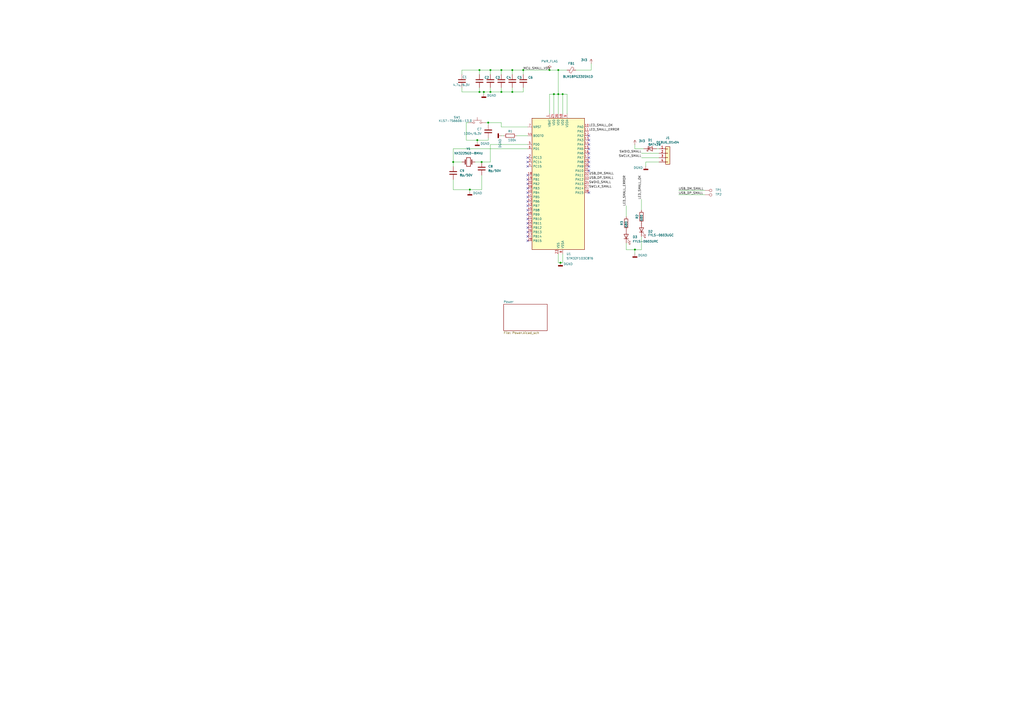
<source format=kicad_sch>
(kicad_sch (version 20250114) (generator "eeschema") (generator_version "9.0")
  (paper "A2")
  (lib_symbols
    (symbol "Connector:TestPoint" (pin_numbers (hide yes)) (pin_names (offset 0.762) (hide yes))
      (property "Reference" "TP" (at 0 6.858 0))
      (property "Value" "TestPoint" (at 0 5.08 0))
      (symbol "TestPoint_0_1"
        (circle (center 0 3.302) (radius 0.762))
      )
      (symbol "TestPoint_1_1"
        (pin passive line (at 0 0 90) (length 2.54) (name "1") (number "1"))
      )
    )
    (symbol "Connector_Generic:Conn_01x04" (pin_names (offset 1.016) (hide yes))
      (property "Reference" "J" (at 0 5.08 0))
      (property "Value" "Conn_01x04" (at 0 -7.62 0))
      (symbol "Conn_01x04_1_1"
        (rectangle (start -1.27 3.81) (end 1.27 -6.35) (stroke (width 0.254)) (fill (type background)))
        (rectangle (start -1.27 2.667) (end 0 2.413) (stroke (width 0.1524)))
        (rectangle (start -1.27 0.127) (end 0 -0.127) (stroke (width 0.1524)))
        (rectangle (start -1.27 -2.413) (end 0 -2.667) (stroke (width 0.1524)))
        (rectangle (start -1.27 -4.953) (end 0 -5.207) (stroke (width 0.1524)))
        (pin passive line (at -5.08 2.54 0) (length 3.81) (name "Pin_1") (number "1"))
        (pin passive line (at -5.08 0 0) (length 3.81) (name "Pin_2") (number "2"))
        (pin passive line (at -5.08 -2.54 0) (length 3.81) (name "Pin_3") (number "3"))
        (pin passive line (at -5.08 -5.08 0) (length 3.81) (name "Pin_4") (number "4"))
      )
    )
    (symbol "Device:C" (pin_numbers (hide yes)) (pin_names (offset 0.254))
      (property "Reference" "C" (at 0.635 2.54 0))
      (property "Value" "C" (at 0.635 -2.54 0))
      (symbol "C_0_1"
        (polyline (pts (xy -2.032 0.762) (xy 2.032 0.762)) (stroke (width 0.508)))
        (polyline (pts (xy -2.032 -0.762) (xy 2.032 -0.762)) (stroke (width 0.508)))
      )
      (symbol "C_1_1"
        (pin passive line (at 0 3.81 270) (length 2.794) (name "~") (number "1"))
        (pin passive line (at 0 -3.81 90) (length 2.794) (name "~") (number "2"))
      )
    )
    (symbol "Device:Crystal" (pin_numbers (hide yes)) (pin_names (offset 1.016) (hide yes))
      (property "Reference" "Y" (at 0 3.81 0))
      (property "Value" "Crystal" (at 0 -3.81 0))
      (symbol "Crystal_0_1"
        (polyline (pts (xy -2.54 0) (xy -1.905 0)))
        (polyline (pts (xy -1.905 -1.27) (xy -1.905 1.27)) (stroke (width 0.508)))
        (rectangle (start -1.143 2.54) (end 1.143 -2.54) (stroke (width 0.3048)))
        (polyline (pts (xy 1.905 -1.27) (xy 1.905 1.27)) (stroke (width 0.508)))
        (polyline (pts (xy 2.54 0) (xy 1.905 0)))
      )
      (symbol "Crystal_1_1"
        (pin passive line (at -3.81 0 0) (length 1.27) (name "1") (number "1"))
        (pin passive line (at 3.81 0 180) (length 1.27) (name "2") (number "2"))
      )
    )
    (symbol "Device:D_Schottky" (pin_numbers (hide yes)) (pin_names (offset 1.016) (hide yes))
      (property "Reference" "D" (at 0 2.54 0))
      (property "Value" "D_Schottky" (at 0 -2.54 0))
      (symbol "D_Schottky_0_1"
        (polyline (pts (xy -1.905 0.635) (xy -1.905 1.27) (xy -1.27 1.27) (xy -1.27 -1.27) (xy -0.635 -1.27) (xy -0.635 -0.635)) (stroke (width 0.254)))
        (polyline (pts (xy 1.27 1.27) (xy 1.27 -1.27) (xy -1.27 0) (xy 1.27 1.27)) (stroke (width 0.254)))
        (polyline (pts (xy 1.27 0) (xy -1.27 0)))
      )
      (symbol "D_Schottky_1_1"
        (pin passive line (at -3.81 0 0) (length 2.54) (name "K") (number "1"))
        (pin passive line (at 3.81 0 180) (length 2.54) (name "A") (number "2"))
      )
    )
    (symbol "Device:FerriteBead_Small" (pin_numbers (hide yes)) (pin_names (offset 0))
      (property "Reference" "FB" (at 1.905 1.27 0))
      (property "Value" "FerriteBead_Small" (at 1.905 -1.27 0))
      (symbol "FerriteBead_Small_0_1"
        (polyline (pts (xy -1.8288 0.2794) (xy -1.1176 1.4986) (xy 1.8288 -0.2032) (xy 1.1176 -1.4224) (xy -1.8288 0.2794)))
        (polyline (pts (xy 0 0.889) (xy 0 1.2954)))
        (polyline (pts (xy 0 -1.27) (xy 0 -0.7874)))
      )
      (symbol "FerriteBead_Small_1_1"
        (pin passive line (at 0 2.54 270) (length 1.27) (name "~") (number "1"))
        (pin passive line (at 0 -2.54 90) (length 1.27) (name "~") (number "2"))
      )
    )
    (symbol "Device:LED" (pin_numbers (hide yes)) (pin_names (offset 1.016) (hide yes))
      (property "Reference" "D" (at 0 2.54 0))
      (property "Value" "LED" (at 0 -2.54 0))
      (symbol "LED_0_1"
        (polyline (pts (xy -3.048 -0.762) (xy -4.572 -2.286) (xy -3.81 -2.286) (xy -4.572 -2.286) (xy -4.572 -1.524)))
        (polyline (pts (xy -1.778 -0.762) (xy -3.302 -2.286) (xy -2.54 -2.286) (xy -3.302 -2.286) (xy -3.302 -1.524)))
        (polyline (pts (xy -1.27 0) (xy 1.27 0)))
        (polyline (pts (xy -1.27 -1.27) (xy -1.27 1.27)) (stroke (width 0.254)))
        (polyline (pts (xy 1.27 -1.27) (xy 1.27 1.27) (xy -1.27 0) (xy 1.27 -1.27)) (stroke (width 0.254)))
      )
      (symbol "LED_1_1"
        (pin passive line (at -3.81 0 0) (length 2.54) (name "K") (number "1"))
        (pin passive line (at 3.81 0 180) (length 2.54) (name "A") (number "2"))
      )
    )
    (symbol "Device:R" (pin_numbers (hide yes)) (pin_names (offset 0))
      (property "Reference" "R" (at 2.032 0 90))
      (property "Value" "R" (at 0 0 90))
      (symbol "R_0_1"
        (rectangle (start -1.016 -2.54) (end 1.016 2.54) (stroke (width 0.254)))
      )
      (symbol "R_1_1"
        (pin passive line (at 0 3.81 270) (length 1.27) (name "~") (number "1"))
        (pin passive line (at 0 -3.81 90) (length 1.27) (name "~") (number "2"))
      )
    )
    (symbol "MCU_ST_STM32F1:STM32F103C8Tx"
      (property "Reference" "U" (at -15.24 39.37 0))
      (property "Value" "STM32F103C8Tx" (at 7.62 39.37 0))
      (symbol "STM32F103C8Tx_0_1"
        (rectangle (start -15.24 -38.1) (end 15.24 38.1) (stroke (width 0.254)) (fill (type background)))
      )
      (symbol "STM32F103C8Tx_1_1"
        (pin input line (at -17.78 33.02 0) (length 2.54) (name "NRST") (number "7"))
        (pin input line (at -17.78 27.94 0) (length 2.54) (name "BOOT0") (number "44"))
        (pin bidirectional line (at -17.78 22.86 0) (length 2.54) (name "PD0") (number "5"))
        (pin bidirectional line (at -17.78 20.32 0) (length 2.54) (name "PD1") (number "6"))
        (pin bidirectional line (at -17.78 15.24 0) (length 2.54) (name "PC13") (number "2"))
        (pin bidirectional line (at -17.78 12.7 0) (length 2.54) (name "PC14") (number "3"))
        (pin bidirectional line (at -17.78 10.16 0) (length 2.54) (name "PC15") (number "4"))
        (pin bidirectional line (at -17.78 5.08 0) (length 2.54) (name "PB0") (number "18"))
        (pin bidirectional line (at -17.78 2.54 0) (length 2.54) (name "PB1") (number "19"))
        (pin bidirectional line (at -17.78 0 0) (length 2.54) (name "PB2") (number "20"))
        (pin bidirectional line (at -17.78 -2.54 0) (length 2.54) (name "PB3") (number "39"))
        (pin bidirectional line (at -17.78 -5.08 0) (length 2.54) (name "PB4") (number "40"))
        (pin bidirectional line (at -17.78 -7.62 0) (length 2.54) (name "PB5") (number "41"))
        (pin bidirectional line (at -17.78 -10.16 0) (length 2.54) (name "PB6") (number "42"))
        (pin bidirectional line (at -17.78 -12.7 0) (length 2.54) (name "PB7") (number "43"))
        (pin bidirectional line (at -17.78 -15.24 0) (length 2.54) (name "PB8") (number "45"))
        (pin bidirectional line (at -17.78 -17.78 0) (length 2.54) (name "PB9") (number "46"))
        (pin bidirectional line (at -17.78 -20.32 0) (length 2.54) (name "PB10") (number "21"))
        (pin bidirectional line (at -17.78 -22.86 0) (length 2.54) (name "PB11") (number "22"))
        (pin bidirectional line (at -17.78 -25.4 0) (length 2.54) (name "PB12") (number "25"))
        (pin bidirectional line (at -17.78 -27.94 0) (length 2.54) (name "PB13") (number "26"))
        (pin bidirectional line (at -17.78 -30.48 0) (length 2.54) (name "PB14") (number "27"))
        (pin bidirectional line (at -17.78 -33.02 0) (length 2.54) (name "PB15") (number "28"))
        (pin power_in line (at -5.08 40.64 270) (length 2.54) (name "VBAT") (number "1"))
        (pin power_in line (at -2.54 40.64 270) (length 2.54) (name "VDD") (number "24"))
        (pin power_in line (at 0 40.64 270) (length 2.54) (name "VDD") (number "36"))
        (pin power_in line (at 0 -40.64 90) (length 2.54) (name "VSS") (number "23"))
        (pin passive line (at 0 -40.64 90) (length 2.54) (hide yes) (name "VSS") (number "35"))
        (pin passive line (at 0 -40.64 90) (length 2.54) (hide yes) (name "VSS") (number "47"))
        (pin power_in line (at 2.54 40.64 270) (length 2.54) (name "VDD") (number "48"))
        (pin power_in line (at 2.54 -40.64 90) (length 2.54) (name "VSSA") (number "8"))
        (pin power_in line (at 5.08 40.64 270) (length 2.54) (name "VDDA") (number "9"))
        (pin bidirectional line (at 17.78 33.02 180) (length 2.54) (name "PA0") (number "10"))
        (pin bidirectional line (at 17.78 30.48 180) (length 2.54) (name "PA1") (number "11"))
        (pin bidirectional line (at 17.78 27.94 180) (length 2.54) (name "PA2") (number "12"))
        (pin bidirectional line (at 17.78 25.4 180) (length 2.54) (name "PA3") (number "13"))
        (pin bidirectional line (at 17.78 22.86 180) (length 2.54) (name "PA4") (number "14"))
        (pin bidirectional line (at 17.78 20.32 180) (length 2.54) (name "PA5") (number "15"))
        (pin bidirectional line (at 17.78 17.78 180) (length 2.54) (name "PA6") (number "16"))
        (pin bidirectional line (at 17.78 15.24 180) (length 2.54) (name "PA7") (number "17"))
        (pin bidirectional line (at 17.78 12.7 180) (length 2.54) (name "PA8") (number "29"))
        (pin bidirectional line (at 17.78 10.16 180) (length 2.54) (name "PA9") (number "30"))
        (pin bidirectional line (at 17.78 7.62 180) (length 2.54) (name "PA10") (number "31"))
        (pin bidirectional line (at 17.78 5.08 180) (length 2.54) (name "PA11") (number "32"))
        (pin bidirectional line (at 17.78 2.54 180) (length 2.54) (name "PA12") (number "33"))
        (pin bidirectional line (at 17.78 0 180) (length 2.54) (name "PA13") (number "34"))
        (pin bidirectional line (at 17.78 -2.54 180) (length 2.54) (name "PA14") (number "37"))
        (pin bidirectional line (at 17.78 -5.08 180) (length 2.54) (name "PA15") (number "38"))
      )
    )
    (symbol "Switch:SW_Push" (pin_numbers (hide yes)) (pin_names (offset 1.016) (hide yes))
      (property "Reference" "SW" (at 1.27 2.54 0))
      (property "Value" "SW_Push" (at 0 -1.524 0))
      (symbol "SW_Push_0_1"
        (circle (center -2.032 0) (radius 0.508))
        (polyline (pts (xy 0 1.27) (xy 0 3.048)))
        (circle (center 2.032 0) (radius 0.508))
        (polyline (pts (xy 2.54 1.27) (xy -2.54 1.27)))
        (pin passive line (at -5.08 0 0) (length 2.54) (name "1") (number "1"))
        (pin passive line (at 5.08 0 180) (length 2.54) (name "2") (number "2"))
      )
    )
    (symbol "power:GNDD" (power) (pin_numbers (hide yes)) (pin_names (offset 0) (hide yes))
      (property "Value" "GNDD" (at 0 -3.175 0))
      (symbol "GNDD_0_1"
        (rectangle (start -1.27 -1.524) (end 1.27 -2.032) (stroke (width 0.254)) (fill (type outline)))
        (polyline (pts (xy 0 0) (xy 0 -1.524)))
      )
      (symbol "GNDD_1_1"
        (pin power_in line (at 0 0 270) (length 0) (name "~") (number "1"))
      )
    )
    (symbol "power:PWR_FLAG" (power) (pin_numbers (hide yes)) (pin_names (offset 0) (hide yes))
      (property "Value" "PWR_FLAG" (at 0 3.81 0))
      (symbol "PWR_FLAG_0_0"
        (pin power_out line (at 0 0 90) (length 0) (name "~") (number "1"))
      )
      (symbol "PWR_FLAG_0_1"
        (polyline (pts (xy 0 0) (xy 0 1.27) (xy -1.016 1.905) (xy 0 2.54) (xy 1.016 1.905) (xy 0 1.27)))
      )
    )
    (symbol "power:VDD" (power) (pin_numbers (hide yes)) (pin_names (offset 0) (hide yes))
      (property "Value" "VDD" (at 0 3.556 0))
      (symbol "VDD_0_1"
        (polyline (pts (xy -0.762 1.27) (xy 0 2.54)))
        (polyline (pts (xy 0 2.54) (xy 0.762 1.27)))
        (polyline (pts (xy 0 0) (xy 0 2.54)))
      )
      (symbol "VDD_1_1"
        (pin power_in line (at 0 0 90) (length 0) (name "~") (number "1"))
      )
    )
    (symbol "zpc-lib:LOGO"
      (property "Reference" "HU" (at 0 0 0))
    )
  )
  (junction (at 326.39 54.61))
  (junction (at 297.18 40.64))
  (junction (at 318.77 40.64))
  (junction (at 325.12 152.4))
  (junction (at 284.48 53.34))
  (junction (at 323.85 40.64))
  (junction (at 321.31 54.61))
  (junction (at 303.53 40.64))
  (junction (at 290.83 40.64))
  (junction (at 368.3 144.78))
  (junction (at 290.83 53.34))
  (junction (at 262.89 93.98))
  (junction (at 284.48 40.64))
  (junction (at 323.85 54.61))
  (junction (at 297.18 53.34))
  (junction (at 283.21 71.12))
  (junction (at 276.86 81.28))
  (junction (at 280.67 53.34))
  (junction (at 278.13 53.34))
  (junction (at 278.13 40.64))
  (junction (at 279.4 93.98))
  (junction (at 272.542 109.982))
  (no_connect (at 306.07 106.68))
  (no_connect (at 306.07 119.38))
  (no_connect (at 306.07 104.14))
  (no_connect (at 341.63 111.76))
  (no_connect (at 341.63 78.74))
  (no_connect (at 306.07 109.22))
  (no_connect (at 306.07 116.84))
  (no_connect (at 341.63 99.06))
  (no_connect (at 306.07 132.08))
  (no_connect (at 341.63 86.36))
  (no_connect (at 306.07 139.7))
  (no_connect (at 306.07 101.6))
  (no_connect (at 306.07 127))
  (no_connect (at 306.07 93.98))
  (no_connect (at 306.07 91.44))
  (no_connect (at 306.07 121.92))
  (no_connect (at 341.63 96.52))
  (no_connect (at 306.07 134.62))
  (no_connect (at 341.63 91.44))
  (no_connect (at 306.07 124.46))
  (no_connect (at 341.63 93.98))
  (no_connect (at 341.63 81.28))
  (no_connect (at 341.63 88.9))
  (no_connect (at 306.07 96.52))
  (no_connect (at 306.07 114.3))
  (no_connect (at 306.07 137.16))
  (no_connect (at 306.07 129.54))
  (no_connect (at 306.07 111.76))
  (no_connect (at 341.63 83.82))
  (wire (pts (xy 270.51 71.12) (xy 271.78 71.12)))
  (wire (pts (xy 270.51 81.28) (xy 276.86 81.28)))
  (wire (pts (xy 393.7 110.49) (xy 408.94 110.49)))
  (wire (pts (xy 323.85 152.4) (xy 325.12 152.4)))
  (wire (pts (xy 284.48 50.8) (xy 284.48 53.34)))
  (wire (pts (xy 299.72 78.74) (xy 306.07 78.74)))
  (wire (pts (xy 372.11 144.78) (xy 368.3 144.78)))
  (wire (pts (xy 318.77 40.64) (xy 323.85 40.64)))
  (wire (pts (xy 262.89 93.98) (xy 262.89 96.52)))
  (wire (pts (xy 297.18 43.18) (xy 297.18 40.64)))
  (wire (pts (xy 372.11 88.9) (xy 382.27 88.9)))
  (wire (pts (xy 267.97 50.8) (xy 267.97 53.34)))
  (wire (pts (xy 267.97 53.34) (xy 278.13 53.34)))
  (wire (pts (xy 303.53 50.8) (xy 303.53 53.34)))
  (wire (pts (xy 262.89 86.36) (xy 262.89 93.98)))
  (wire (pts (xy 303.53 43.18) (xy 303.53 40.64)))
  (wire (pts (xy 318.77 66.04) (xy 318.77 54.61)))
  (wire (pts (xy 326.39 147.32) (xy 326.39 152.4)))
  (wire (pts (xy 382.27 86.36) (xy 381 86.36)))
  (wire (pts (xy 372.11 91.44) (xy 382.27 91.44)))
  (wire (pts (xy 321.31 54.61) (xy 321.31 66.04)))
  (wire (pts (xy 318.77 54.61) (xy 321.31 54.61)))
  (wire (pts (xy 290.83 50.8) (xy 290.83 53.34)))
  (wire (pts (xy 278.13 53.34) (xy 280.67 53.34)))
  (wire (pts (xy 323.85 54.61) (xy 323.85 66.04)))
  (wire (pts (xy 326.39 152.4) (xy 325.12 152.4)))
  (wire (pts (xy 303.53 40.64) (xy 297.18 40.64)))
  (wire (pts (xy 323.85 147.32) (xy 323.85 152.4)))
  (wire (pts (xy 290.83 43.18) (xy 290.83 40.64)))
  (wire (pts (xy 281.94 71.12) (xy 283.21 71.12)))
  (wire (pts (xy 368.3 86.36) (xy 373.38 86.36)))
  (wire (pts (xy 276.86 81.28) (xy 276.86 82.55)))
  (wire (pts (xy 270.51 71.12) (xy 270.51 81.28)))
  (wire (pts (xy 279.4 101.6) (xy 279.4 109.982)))
  (wire (pts (xy 297.18 50.8) (xy 297.18 53.34)))
  (wire (pts (xy 278.13 40.64) (xy 267.97 40.64)))
  (wire (pts (xy 363.22 144.78) (xy 368.3 144.78)))
  (wire (pts (xy 368.3 83.82) (xy 368.3 86.36)))
  (wire (pts (xy 290.83 71.12) (xy 283.21 71.12)))
  (wire (pts (xy 284.48 93.98) (xy 279.4 93.98)))
  (wire (pts (xy 328.93 66.04) (xy 328.93 54.61)))
  (wire (pts (xy 363.22 140.97) (xy 363.22 144.78)))
  (wire (pts (xy 284.48 43.18) (xy 284.48 40.64)))
  (wire (pts (xy 323.85 40.64) (xy 328.93 40.64)))
  (wire (pts (xy 278.13 43.18) (xy 278.13 40.64)))
  (wire (pts (xy 342.9 40.64) (xy 342.9 36.83)))
  (wire (pts (xy 262.89 109.982) (xy 272.542 109.982)))
  (wire (pts (xy 306.07 73.66) (xy 290.83 73.66)))
  (wire (pts (xy 267.97 40.64) (xy 267.97 43.18)))
  (wire (pts (xy 297.18 40.64) (xy 290.83 40.64)))
  (wire (pts (xy 272.542 111.252) (xy 272.542 109.982)))
  (wire (pts (xy 283.21 81.28) (xy 283.21 80.01)))
  (wire (pts (xy 292.1 78.74) (xy 290.83 78.74)))
  (wire (pts (xy 283.21 71.12) (xy 283.21 72.39)))
  (wire (pts (xy 328.93 54.61) (xy 326.39 54.61)))
  (wire (pts (xy 284.48 83.82) (xy 284.48 93.98)))
  (wire (pts (xy 393.7 113.03) (xy 408.94 113.03)))
  (wire (pts (xy 267.97 93.98) (xy 262.89 93.98)))
  (wire (pts (xy 280.67 53.34) (xy 280.67 54.61)))
  (wire (pts (xy 363.22 119.38) (xy 363.22 125.73)))
  (wire (pts (xy 372.11 137.16) (xy 372.11 144.78)))
  (wire (pts (xy 280.67 53.34) (xy 284.48 53.34)))
  (wire (pts (xy 326.39 54.61) (xy 323.85 54.61)))
  (wire (pts (xy 306.07 86.36) (xy 262.89 86.36)))
  (wire (pts (xy 326.39 66.04) (xy 326.39 54.61)))
  (wire (pts (xy 382.27 93.98) (xy 374.65 93.98)))
  (wire (pts (xy 275.59 93.98) (xy 279.4 93.98)))
  (wire (pts (xy 306.07 83.82) (xy 284.48 83.82)))
  (wire (pts (xy 321.31 54.61) (xy 323.85 54.61)))
  (wire (pts (xy 297.18 53.34) (xy 290.83 53.34)))
  (wire (pts (xy 276.86 81.28) (xy 283.21 81.28)))
  (wire (pts (xy 372.11 115.57) (xy 372.11 121.92)))
  (wire (pts (xy 368.3 144.78) (xy 368.3 147.32)))
  (wire (pts (xy 262.89 109.982) (xy 262.89 104.14)))
  (wire (pts (xy 374.65 93.98) (xy 374.65 96.52)))
  (wire (pts (xy 323.85 54.61) (xy 323.85 40.64)))
  (wire (pts (xy 278.13 50.8) (xy 278.13 53.34)))
  (wire (pts (xy 303.53 40.64) (xy 318.77 40.64)))
  (wire (pts (xy 290.83 53.34) (xy 284.48 53.34)))
  (wire (pts (xy 290.83 40.64) (xy 284.48 40.64)))
  (wire (pts (xy 297.18 53.34) (xy 303.53 53.34)))
  (wire (pts (xy 334.01 40.64) (xy 342.9 40.64)))
  (wire (pts (xy 272.542 109.982) (xy 279.4 109.982)))
  (wire (pts (xy 284.48 40.64) (xy 278.13 40.64)))
  (wire (pts (xy 290.83 73.66) (xy 290.83 71.12)))
  (label "USB_DP_SMALL" (at 341.63 104.14 0))
  (label "LED_SMALL_OK" (at 372.11 115.57 90))
  (label "LED_SMALL_OK" (at 341.63 73.66 0))
  (label "SWDIO_SMALL" (at 372.11 88.9 180))
  (label "SWDIO_SMALL" (at 341.63 106.68 0))
  (label "SWCLK_SMALL" (at 372.11 91.44 180))
  (label "LED_SMALL_ERROR" (at 363.22 119.38 90))
  (label "LED_SMALL_ERROR" (at 341.63 76.2 0))
  (label "USB_DP_SMALL" (at 393.7 113.03 0))
  (label "MCU_SMALL_VDD" (at 303.53 40.64 0))
  (label "SWCLK_SMALL" (at 341.63 109.22 0))
  (label "USB_DM_SMALL" (at 393.7 110.49 0))
  (label "USB_DM_SMALL" (at 341.63 101.6 0))
  (symbol (lib_id "Switch:SW_Push") (at 276.86 71.12 0) (unit 1)
    (property "Reference" "SW1" (at 265.176 68.072 0))
    (property "Value" "KLS7-TS6606-13.0" (at 264.16 70.104 0))
    (property "Footprint" "Button_Switch_THT:SW_PUSH_6mm_H4.3mm" (effects (hide yes)))
    (property "Description" "Push button switch, generic, two pins" (effects (hide yes)))
  )
  (symbol (lib_id "power:GNDD") (at 280.67 54.61 0) (mirror y) (unit 1)
    (property "Reference" "#PWR02" (effects (hide yes)))
    (property "Value" "DGND" (at 282.448 55.372 0) (effects (justify right)))
    (property "Description" "Power symbol creates a global label with name \"GNDD\" , digital ground" (effects (hide yes)))
  )
  (symbol (lib_id "Device:D_Schottky") (at 377.19 86.36 0) (mirror x) (unit 1)
    (property "Reference" "D1" (at 377.19 81.28 0))
    (property "Value" "BAT43W" (at 379.73 83.82 0))
    (property "Footprint" "Diode_SMD:D_SOD-123" (effects (hide yes)))
    (property "Description" "Schottky diode" (effects (hide yes)))
  )
  (symbol (lib_id "Device:C") (at 278.13 46.99 0) (mirror x) (unit 1)
    (property "Reference" "C2" (at 283.718 44.958 0) (effects (justify right)))
    (property "Value" "100n/6.3V" (effects (hide yes)))
    (property "Footprint" "Capacitor_SMD:C_0402_1005Metric" (effects (hide yes)))
    (property "Description" "Unpolarized capacitor" (effects (hide yes)))
  )
  (symbol (lib_id "Device:C") (at 283.21 76.2 0) (mirror x) (unit 1)
    (property "Reference" "C7" (at 279.4 74.9299 0) (effects (justify right)))
    (property "Value" "100n/6.3V" (at 279.4 77.4699 0) (effects (justify right)))
    (property "Footprint" "Capacitor_SMD:C_0402_1005Metric" (effects (hide yes)))
    (property "Description" "Unpolarized capacitor" (effects (hide yes)))
  )
  (symbol (lib_id "Connector:TestPoint") (at 408.94 113.03 270) (unit 1) (in_bom no)
    (property "Reference" "TP2" (at 416.814 112.776 90))
    (property "Footprint" "TestPoint:TestPoint_Pad_D1.0mm" (effects (hide yes)))
    (property "Description" "test point" (effects (hide yes)))
  )
  (symbol (lib_id "power:GNDD") (at 368.3 147.32 0) (mirror y) (unit 1)
    (property "Reference" "#PWR08" (effects (hide yes)))
    (property "Value" "DGND" (at 370.078 148.082 0) (effects (justify right)))
    (property "Description" "Power symbol creates a global label with name \"GNDD\" , digital ground" (effects (hide yes)))
  )
  (symbol (lib_id "power:GNDD") (at 276.86 82.55 0) (mirror y) (unit 1)
    (property "Reference" "#PWR04" (effects (hide yes)))
    (property "Value" "DGND" (at 278.638 83.312 0) (effects (justify right)))
    (property "Description" "Power symbol creates a global label with name \"GNDD\" , digital ground" (effects (hide yes)))
  )
  (symbol (lib_id "power:GNDD") (at 325.12 152.4 0) (mirror y) (unit 1)
    (property "Reference" "#PWR09" (effects (hide yes)))
    (property "Value" "DGND" (at 326.898 153.162 0) (effects (justify right)))
    (property "Description" "Power symbol creates a global label with name \"GNDD\" , digital ground" (effects (hide yes)))
  )
  (symbol (lib_id "Connector_Generic:Conn_01x04") (at 387.35 88.9 0) (unit 1)
    (property "Reference" "J1" (at 387.35 80.01 0))
    (property "Value" "DEBUG_01x04" (at 387.35 82.55 0))
    (property "Footprint" "Connector_PinHeader_2.54mm:PinHeader_1x04_P2.54mm_Vertical" (effects (hide yes)))
    (property "Description" "Generic connector, single row, 01x04, script generated (kicad-library-utils/schlib/autogen/connector/)" (effects (hide yes)))
  )
  (symbol (lib_id "Device:C") (at 262.89 100.33 180) (unit 1)
    (property "Reference" "C9" (at 266.7 99.0599 0) (effects (justify right)))
    (property "Value" "8p/50V" (at 266.7 101.5999 0) (effects (justify right)))
    (property "Footprint" "Capacitor_SMD:C_0603_1608Metric_Pad1.08x0.95mm_HandSolder" (effects (hide yes)))
    (property "Description" "Unpolarized capacitor" (effects (hide yes)))
  )
  (symbol (lib_id "Device:C") (at 284.48 46.99 0) (mirror x) (unit 1)
    (property "Reference" "C3" (at 290.068 44.958 0) (effects (justify right)))
    (property "Value" "100n/6.3V" (effects (hide yes)))
    (property "Footprint" "Capacitor_SMD:C_0402_1005Metric" (effects (hide yes)))
    (property "Description" "Unpolarized capacitor" (effects (hide yes)))
  )
  (symbol (lib_id "Device:C") (at 290.83 46.99 0) (mirror x) (unit 1)
    (property "Reference" "C4" (at 296.418 44.958 0) (effects (justify right)))
    (property "Value" "100n/6.3V" (effects (hide yes)))
    (property "Footprint" "Capacitor_SMD:C_0402_1005Metric" (effects (hide yes)))
    (property "Description" "Unpolarized capacitor" (effects (hide yes)))
  )
  (symbol (lib_id "Device:R") (at 295.91 78.74 90) (mirror x) (unit 1)
    (property "Reference" "R1" (at 294.64 76.2 90) (effects (justify right)))
    (property "Value" "100k" (at 294.64 81.28 90) (effects (justify right)))
    (property "Footprint" "Resistor_SMD:R_0603_1608Metric_Pad0.98x0.95mm_HandSolder" (effects (hide yes)))
    (property "Description" "Resistor" (effects (hide yes)))
  )
  (symbol (lib_id "MCU_ST_STM32F1:STM32F103C8Tx") (at 323.85 106.68 0) (unit 1)
    (property "Reference" "U1" (at 328.5333 147.32 0) (effects (justify left)))
    (property "Value" "STM32F103C8T6" (at 328.5333 149.86 0) (effects (justify left)))
    (property "Footprint" "Package_QFP:LQFP-48_7x7mm_P0.5mm" (effects (hide yes)))
    (property "Datasheet" "https://www.st.com/resource/en/datasheet/stm32f103c8.pdf" (effects (hide yes)))
    (property "Description" "STMicroelectronics Arm Cortex-M3 MCU, 64KB flash, 20KB RAM, 72 MHz, 2.0-3.6V, 37 GPIO, LQFP48" (effects (hide yes)))
  )
  (symbol (lib_id "Device:R") (at 372.11 125.73 0) (mirror x) (unit 1)
    (property "Reference" "R2" (at 369.57 127 90) (effects (justify right)))
    (property "Value" "680" (at 372.11 128.27 90) (effects (justify right)))
    (property "Footprint" "Resistor_SMD:R_0603_1608Metric_Pad0.98x0.95mm_HandSolder" (effects (hide yes)))
    (property "Description" "Resistor" (effects (hide yes)))
  )
  (symbol (lib_id "Device:LED") (at 372.11 133.35 90) (unit 1)
    (property "Reference" "D2" (at 375.92 134.3025 90) (effects (justify right)))
    (property "Value" "FYLS-0603UGC" (at 375.92 136.398 90) (effects (justify right)))
    (property "Footprint" "LED_SMD:LED_0603_1608Metric_Pad1.05x0.95mm_HandSolder" (effects (hide yes)))
    (property "Description" "Light emitting diode" (effects (hide yes)))
    (property "Sim.Pins" "1=K 2=A" (effects (hide yes)))
  )
  (symbol (lib_id "Device:C") (at 303.53 46.99 0) (mirror x) (unit 1)
    (property "Reference" "C6" (at 309.118 44.958 0) (effects (justify right)))
    (property "Value" "100n/6.3V" (effects (hide yes)))
    (property "Footprint" "Capacitor_SMD:C_0402_1005Metric" (effects (hide yes)))
    (property "Description" "Unpolarized capacitor" (effects (hide yes)))
  )
  (symbol (lib_id "power:PWR_FLAG") (at 318.77 40.64 0) (unit 1)
    (property "Reference" "#FLG01" (effects (hide yes)))
    (property "Value" "PWR_FLAG" (at 318.77 35.56 0))
    (property "Description" "Special symbol for telling ERC where power comes from" (effects (hide yes)))
  )
  (symbol (lib_id "Device:Crystal") (at 271.78 93.98 0) (unit 1)
    (property "Reference" "Y1" (at 271.78 86.36 0))
    (property "Value" "NX3225GD-8MHz" (at 271.78 88.9 0))
    (property "Footprint" "zpc-lib:NX3225GD" (effects (hide yes)))
    (property "Description" "Two pin crystal" (effects (hide yes)))
  )
  (symbol (lib_id "power:VDD") (at 342.9 36.83 0) (unit 1)
    (property "Reference" "#PWR01" (effects (hide yes)))
    (property "Value" "3V3" (at 338.836 34.798 0))
    (property "Description" "Power symbol creates a global label with name \"VDD\"" (effects (hide yes)))
  )
  (symbol (lib_id "Device:C") (at 279.4 97.79 180) (unit 1)
    (property "Reference" "C8" (at 283.21 96.5199 0) (effects (justify right)))
    (property "Value" "8p/50V" (at 283.21 99.0599 0) (effects (justify right)))
    (property "Footprint" "Capacitor_SMD:C_0603_1608Metric_Pad1.08x0.95mm_HandSolder" (effects (hide yes)))
    (property "Description" "Unpolarized capacitor" (effects (hide yes)))
  )
  (symbol (lib_id "power:VDD") (at 368.3 83.82 0) (mirror y) (unit 1)
    (property "Reference" "#PWR05" (effects (hide yes)))
    (property "Value" "3V3" (at 372.364 81.788 0))
    (property "Description" "Power symbol creates a global label with name \"VDD\"" (effects (hide yes)))
  )
  (symbol (lib_id "Device:C") (at 267.97 46.99 0) (unit 1)
    (property "Reference" "C1" (at 268.224 44.704 0) (effects (justify left)))
    (property "Value" "4.7u/6.3V" (at 272.542 49.276 0) (effects (justify right)))
    (property "Footprint" "Capacitor_SMD:C_0805_2012Metric_Pad1.18x1.45mm_HandSolder" (effects (hide yes)))
    (property "Description" "Unpolarized capacitor" (effects (hide yes)))
  )
  (symbol (lib_id "Device:FerriteBead_Small") (at 331.47 40.64 270) (unit 1)
    (property "Reference" "FB1" (at 331.47 36.83 90))
    (property "Value" "BLM18PG330SN1D" (at 335.28 44.45 90))
    (property "Footprint" "Inductor_SMD:L_0603_1608Metric_Pad1.05x0.95mm_HandSolder" (effects (hide yes)))
    (property "Description" "Ferrite bead, small symbol" (effects (hide yes)))
  )
  (symbol (lib_id "Device:LED") (at 363.22 137.16 90) (unit 1)
    (property "Reference" "D3" (at 367.03 137.4774 90) (effects (justify right)))
    (property "Value" "FYLS-0603URC" (at 367.03 140.0174 90) (effects (justify right)))
    (property "Footprint" "LED_SMD:LED_0603_1608Metric_Pad1.05x0.95mm_HandSolder" (effects (hide yes)))
    (property "Description" "Light emitting diode" (effects (hide yes)))
    (property "Sim.Pins" "1=K 2=A" (effects (hide yes)))
  )
  (symbol (lib_id "zpc-lib:LOGO") (at 351.79 138.43 0) (unit 1)
    (property "Reference" "HU1" (effects (hide yes)))
    (property "Footprint" "zpc-lib:OZON_TECH_LOGO" (effects (hide yes)))
  )
  (symbol (lib_id "Connector:TestPoint") (at 408.94 110.49 270) (unit 1) (in_bom no)
    (property "Reference" "TP1" (at 416.814 110.236 90))
    (property "Footprint" "TestPoint:TestPoint_Pad_D1.0mm" (effects (hide yes)))
    (property "Description" "test point" (effects (hide yes)))
  )
  (symbol (lib_id "power:GNDD") (at 290.83 78.74 270) (mirror x) (unit 1)
    (property "Reference" "#PWR03" (effects (hide yes)))
    (property "Value" "DGND" (at 290.068 80.518 0) (effects (justify right)))
    (property "Description" "Power symbol creates a global label with name \"GNDD\" , digital ground" (effects (hide yes)))
  )
  (symbol (lib_id "power:GNDD") (at 272.542 111.252 0) (mirror y) (unit 1)
    (property "Reference" "#PWR07" (effects (hide yes)))
    (property "Value" "DGND" (at 274.32 112.014 0) (effects (justify right)))
    (property "Description" "Power symbol creates a global label with name \"GNDD\" , digital ground" (effects (hide yes)))
  )
  (symbol (lib_id "power:GNDD") (at 374.65 96.52 0) (unit 1)
    (property "Reference" "#PWR06" (effects (hide yes)))
    (property "Value" "DGND" (at 372.872 97.282 0) (effects (justify right)))
    (property "Description" "Power symbol creates a global label with name \"GNDD\" , digital ground" (effects (hide yes)))
  )
  (symbol (lib_id "Device:C") (at 297.18 46.99 0) (mirror x) (unit 1)
    (property "Reference" "C5" (at 302.768 44.958 0) (effects (justify right)))
    (property "Value" "100n/6.3V" (effects (hide yes)))
    (property "Footprint" "Capacitor_SMD:C_0402_1005Metric" (effects (hide yes)))
    (property "Description" "Unpolarized capacitor" (effects (hide yes)))
  )
  (symbol (lib_id "Device:R") (at 363.22 129.54 0) (mirror x) (unit 1)
    (property "Reference" "R3" (at 360.68 130.81 90) (effects (justify right)))
    (property "Value" "680" (at 363.22 132.08 90) (effects (justify right)))
    (property "Footprint" "Resistor_SMD:R_0603_1608Metric_Pad0.98x0.95mm_HandSolder" (effects (hide yes)))
    (property "Description" "Resistor" (effects (hide yes)))
  )
  (sheet (at 292.1 176.53) (size 25.4 15.24) (stroke (width 0.1524))
    (property "Sheetname" "Power" (at 292.1 175.8184 0) (effects (justify left bottom)))
    (property "Sheetfile" "Power.kicad_sch" (at 292.1 192.3546 0) (effects (justify left top)))
  )
)
</source>
